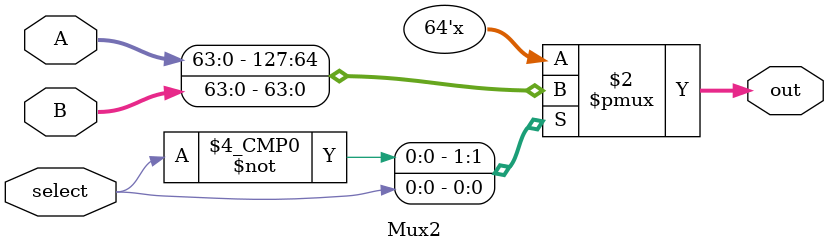
<source format=sv>
`ifndef VERILATOR
`define VERILATOR
`endif

`ifdef VERILATOR
`include "include/common.sv"
`include "include/config.sv"
`else

`endif 

module Mux2(
    input [63:0] A,B,
    input select,
    output logic [63:0] out
    );

    always_comb
    begin
        case(select)
            1'b0: out=A;
            1'b1: out=B;
        endcase
    end
    
    
endmodule

</source>
